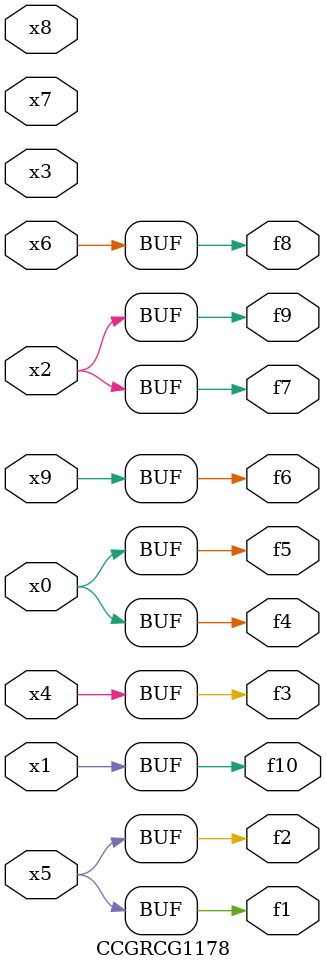
<source format=v>
module CCGRCG1178(
	input x0, x1, x2, x3, x4, x5, x6, x7, x8, x9,
	output f1, f2, f3, f4, f5, f6, f7, f8, f9, f10
);
	assign f1 = x5;
	assign f2 = x5;
	assign f3 = x4;
	assign f4 = x0;
	assign f5 = x0;
	assign f6 = x9;
	assign f7 = x2;
	assign f8 = x6;
	assign f9 = x2;
	assign f10 = x1;
endmodule

</source>
